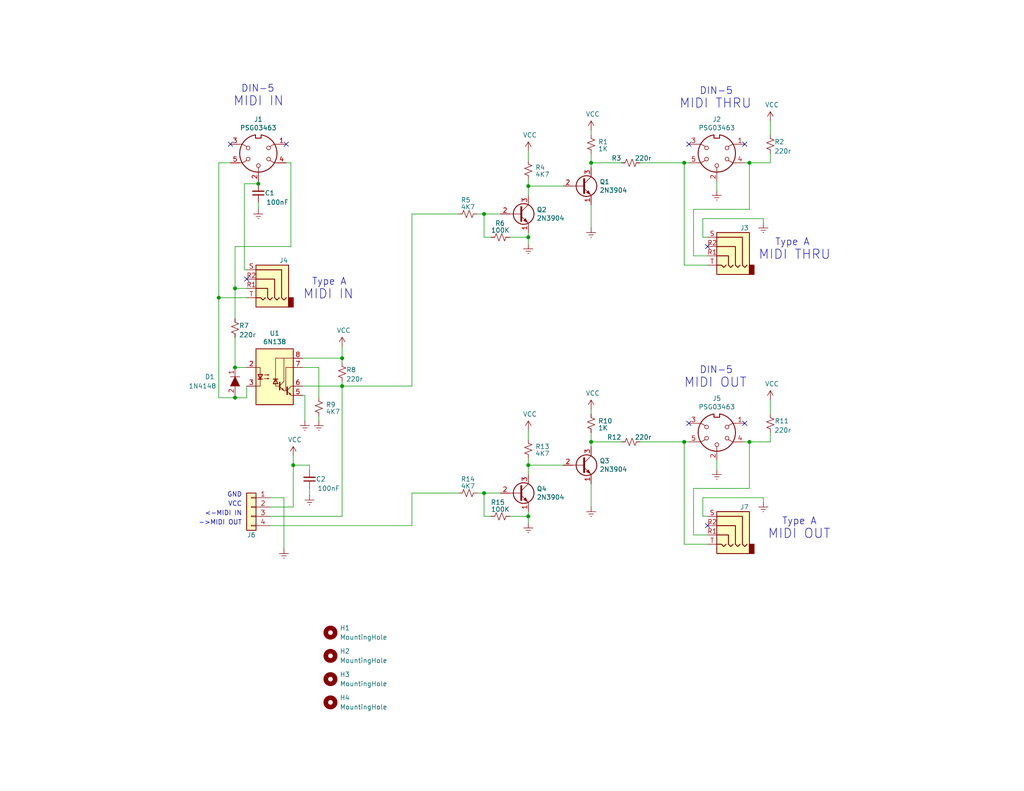
<source format=kicad_sch>
(kicad_sch (version 20250114) (generator "eeschema") (generator_version "9.0")
  (paper "A")
  (title_block (title "Midi Breakout") (date "2023-06-27") (rev "1") (company "Gadget Reboot") (comment 1 "https://www.youtube.com/gadgetreboot") (comment 2 "https://github.com/GadgetReboot/Midi_Breakout"))
  (lib_symbols
    (symbol "Connector:AudioJack4"
      (property "Reference" "J" (at 0 8.89 0))
      (property "Value" "Connector_AudioJack4" (at 0 6.35 0))
      (symbol "AudioJack4_0_1"
        (rectangle (start -6.35 -5.08) (end -7.62 -7.62) (stroke (width 0.254)) (fill (type outline)))
        (polyline (pts (xy -5.715 -5.08) (xy -5.08 -5.715) (xy -4.445 -5.08) (xy -4.445 2.54) (xy 2.54 2.54)) (stroke (width 0.254)))
        (polyline (pts (xy -1.905 -5.08) (xy -1.27 -5.715) (xy -0.635 -5.08) (xy -0.635 -2.54) (xy 2.54 -2.54)) (stroke (width 0.254)))
        (polyline (pts (xy 0 -5.08) (xy 0.635 -5.715) (xy 1.27 -5.08) (xy 2.54 -5.08)) (stroke (width 0.254)))
        (rectangle (start 2.54 3.81) (end -6.35 -7.62) (stroke (width 0.254)) (fill (type background)))
        (polyline (pts (xy 2.54 0) (xy -2.54 0) (xy -2.54 -5.08) (xy -3.175 -5.715) (xy -3.81 -5.08)) (stroke (width 0.254)))
      )
      (symbol "AudioJack4_1_1"
        (pin passive line (at 5.08 2.54 180) (length 2.54) (name "~") (number "S"))
        (pin passive line (at 5.08 0 180) (length 2.54) (name "~") (number "R2"))
        (pin passive line (at 5.08 -2.54 180) (length 2.54) (name "~") (number "R1"))
        (pin passive line (at 5.08 -5.08 180) (length 2.54) (name "~") (number "T"))
      )
    )
    (symbol "Connector_Generic:Conn_01x04" (pin_names (offset 1.016) (hide yes))
      (property "Reference" "J" (at 0 5.08 0))
      (property "Value" "Conn_01x04" (at 0 -7.62 0))
      (symbol "Conn_01x04_1_1"
        (rectangle (start -1.27 3.81) (end 1.27 -6.35) (stroke (width 0.254)) (fill (type background)))
        (rectangle (start -1.27 2.667) (end 0 2.413) (stroke (width 0.1524)))
        (rectangle (start -1.27 0.127) (end 0 -0.127) (stroke (width 0.1524)))
        (rectangle (start -1.27 -2.413) (end 0 -2.667) (stroke (width 0.1524)))
        (rectangle (start -1.27 -4.953) (end 0 -5.207) (stroke (width 0.1524)))
        (pin passive line (at -5.08 2.54 0) (length 3.81) (name "Pin_1") (number "1"))
        (pin passive line (at -5.08 0 0) (length 3.81) (name "Pin_2") (number "2"))
        (pin passive line (at -5.08 -2.54 0) (length 3.81) (name "Pin_3") (number "3"))
        (pin passive line (at -5.08 -5.08 0) (length 3.81) (name "Pin_4") (number "4"))
      )
    )
    (symbol "Device:C_Small" (pin_numbers (hide yes)) (pin_names (offset 0.254) (hide yes))
      (property "Reference" "C" (at 0.254 1.778 0))
      (property "Value" "C_Small" (at 0.254 -2.032 0))
      (symbol "C_Small_0_1"
        (polyline (pts (xy -1.524 0.508) (xy 1.524 0.508)) (stroke (width 0.3048)))
        (polyline (pts (xy -1.524 -0.508) (xy 1.524 -0.508)) (stroke (width 0.3302)))
      )
      (symbol "C_Small_1_1"
        (pin passive line (at 0 2.54 270) (length 2.032) (name "~") (number "1"))
        (pin passive line (at 0 -2.54 90) (length 2.032) (name "~") (number "2"))
      )
    )
    (symbol "Device:R_Small_US" (pin_numbers (hide yes)) (pin_names (offset 0.254) (hide yes))
      (property "Reference" "R" (at 0.762 0.508 0))
      (property "Value" "R_Small_US" (at 0.762 -1.016 0))
      (symbol "R_Small_US_1_1"
        (polyline (pts (xy 0 1.524) (xy 1.016 1.143) (xy 0 0.762) (xy -1.016 0.381) (xy 0 0)))
        (polyline (pts (xy 0 0) (xy 1.016 -0.381) (xy 0 -0.762) (xy -1.016 -1.143) (xy 0 -1.524)))
        (pin passive line (at 0 2.54 270) (length 1.016) (name "~") (number "1"))
        (pin passive line (at 0 -2.54 90) (length 1.016) (name "~") (number "2"))
      )
    )
    (symbol "Isolator:6N138" (pin_names (offset 1.016) (hide yes))
      (property "Reference" "U" (at -4.064 8.89 0))
      (property "Value" "6N138" (at 2.286 8.89 0))
      (symbol "6N138_0_1"
        (rectangle (start -5.08 7.62) (end 5.08 -7.62) (stroke (width 0.254)) (fill (type background)))
        (polyline (pts (xy -5.08 -2.54) (xy -3.937 -2.54) (xy -3.937 2.54) (xy -5.08 2.54)))
        (polyline (pts (xy -4.572 -0.635) (xy -3.302 -0.635)) (stroke (width 0.254)))
        (polyline (pts (xy -3.937 -0.635) (xy -4.572 0.635) (xy -3.302 0.635) (xy -3.937 -0.635)) (stroke (width 0.254)))
        (polyline (pts (xy -2.794 0.508) (xy -1.524 0.508) (xy -1.905 0.381) (xy -1.905 0.635) (xy -1.524 0.508)))
        (polyline (pts (xy -2.794 -0.508) (xy -1.524 -0.508) (xy -1.905 -0.635) (xy -1.905 -0.381) (xy -1.524 -0.508)))
        (polyline (pts (xy 0.254 -0.635) (xy 0.889 -1.905) (xy -0.381 -1.905) (xy 0.254 -0.635)) (stroke (width 0.254)))
        (polyline (pts (xy 0.889 -0.635) (xy -0.381 -0.635)) (stroke (width 0.254)))
        (polyline (pts (xy 1.27 -2.54) (xy 0.254 -2.54) (xy 0.254 5.08) (xy 2.54 5.08)))
        (polyline (pts (xy 1.397 -1.524) (xy 1.397 -3.556)) (stroke (width 0.3556)))
        (polyline (pts (xy 1.397 -2.413) (xy 2.54 -1.27)))
        (polyline (pts (xy 1.397 -2.667) (xy 2.54 -3.81)))
        (polyline (pts (xy 2.413 -3.683) (xy 2.159 -3.175) (xy 1.905 -3.429) (xy 2.413 -3.683)))
        (polyline (pts (xy 2.54 -1.27) (xy 2.54 5.08) (xy 5.08 5.08)))
        (polyline (pts (xy 2.54 -3.81) (xy 3.175 -3.81)))
        (polyline (pts (xy 3.429 -2.794) (xy 3.429 -4.826)) (stroke (width 0.3556)))
        (polyline (pts (xy 3.429 -3.683) (xy 4.572 -2.54)))
        (polyline (pts (xy 3.429 -3.937) (xy 4.572 -5.08)))
        (polyline (pts (xy 4.445 -4.953) (xy 4.191 -4.445) (xy 3.937 -4.699) (xy 4.445 -4.953)))
        (polyline (pts (xy 4.572 -2.54) (xy 5.08 -2.54)))
        (polyline (pts (xy 4.572 -5.08) (xy 5.08 -5.08)))
        (polyline (pts (xy 5.08 2.54) (xy 3.048 2.54) (xy 3.048 -3.81)))
      )
      (symbol "6N138_1_1"
        (pin passive line (at -7.62 2.54 0) (length 2.54) (name "C1") (number "2"))
        (pin passive line (at -7.62 -2.54 0) (length 2.54) (name "C2") (number "3"))
        (pin no_connect line (at -5.08 5.08 0) (length 2.54) (hide yes) (name "NC") (number "1"))
        (pin no_connect line (at -5.08 -5.08 0) (length 2.54) (hide yes) (name "NC") (number "4"))
        (pin passive line (at 7.62 5.08 180) (length 2.54) (name "VCC") (number "8"))
        (pin passive line (at 7.62 2.54 180) (length 2.54) (name "VO1") (number "7"))
        (pin passive line (at 7.62 -2.54 180) (length 2.54) (name "VO2") (number "6"))
        (pin passive line (at 7.62 -5.08 180) (length 2.54) (name "GND") (number "5"))
      )
    )
    (symbol "Mechanical:MountingHole" (pin_names (offset 1.016)) (in_bom no)
      (property "Reference" "H" (at 0 5.08 0))
      (property "Value" "MountingHole" (at 0 3.175 0))
      (symbol "MountingHole_0_1"
        (circle (center 0 0) (radius 1.27) (stroke (width 1.27)))
      )
    )
    (symbol "Transistor_BJT:2N3904" (pin_names (offset 0) (hide yes))
      (property "Reference" "Q" (at 5.08 1.905 0))
      (property "Value" "2N3904" (at 5.08 0 0))
      (symbol "2N3904_0_1"
        (polyline (pts (xy -2.54 0) (xy 0.635 0)))
        (polyline (pts (xy 0.635 1.905) (xy 0.635 -1.905)) (stroke (width 0.508)))
        (circle (center 1.27 0) (radius 2.8194) (stroke (width 0.254)))
      )
      (symbol "2N3904_1_1"
        (polyline (pts (xy 0.635 0.635) (xy 2.54 2.54)))
        (polyline (pts (xy 0.635 -0.635) (xy 2.54 -2.54)))
        (polyline (pts (xy 1.27 -1.778) (xy 1.778 -1.27) (xy 2.286 -2.286) (xy 1.27 -1.778)) (fill (type outline)))
        (pin input line (at -5.08 0 0) (length 2.54) (name "B") (number "2"))
        (pin passive line (at 2.54 5.08 270) (length 2.54) (name "C") (number "3"))
        (pin passive line (at 2.54 -5.08 90) (length 2.54) (name "E") (number "1"))
      )
    )
    (symbol "din-5:DIN-5" (pin_names (offset 1.016))
      (property "Reference" "J" (at 3.175 5.715 0))
      (property "Value" "din-5_DIN-5" (at 0 -6.35 0))
      (symbol "DIN-5_0_1"
        (polyline (pts (xy -5.08 2.54) (xy -4.318 2.54) (xy -3.175 1.905)))
        (polyline (pts (xy -5.08 -2.54) (xy -4.318 -2.54) (xy -3.175 -1.905)))
        (circle (center -2.794 1.524) (radius 0.508))
        (circle (center -2.794 -1.524) (radius 0.508))
        (polyline (pts (xy -0.762 -4.953) (xy -0.762 -4.191) (xy 0.762 -4.191) (xy 0.762 -4.953)) (stroke (width 0.254)))
        (arc (start 5.08 0) (mid 3.8609 -3.3364) (end 0.762 -5.08) (stroke (width 0.254)))
        (polyline (pts (xy 0 5.08) (xy 0 3.81)))
        (circle (center 0 3.302) (radius 0.508))
        (arc (start -5.08 0) (mid 0 5.08) (end 5.08 0) (stroke (width 0.254)))
        (arc (start -0.762 -5.08) (mid -3.8685 -3.343) (end -5.08 0) (stroke (width 0.254)))
        (circle (center 2.794 1.524) (radius 0.508))
        (circle (center 2.794 -1.524) (radius 0.508))
        (polyline (pts (xy 5.08 2.54) (xy 4.318 2.54) (xy 3.175 1.905)))
        (polyline (pts (xy 5.08 -2.54) (xy 4.318 -2.54) (xy 3.175 -1.905)))
      )
      (symbol "DIN-5_1_1"
        (pin passive line (at -7.62 2.54 0) (length 2.54) (name "~") (number "4"))
        (pin passive line (at -7.62 -2.54 0) (length 2.54) (name "~") (number "1"))
        (pin passive line (at 0 7.62 270) (length 2.54) (name "~") (number "2"))
        (pin passive line (at 7.62 2.54 180) (length 2.54) (name "~") (number "5"))
        (pin passive line (at 7.62 -2.54 180) (length 2.54) (name "~") (number "3"))
      )
    )
    (symbol "dk_Diodes-Rectifiers-Single:1N4148" (pin_names (offset 1.016))
      (property "Reference" "D" (at 0 3.81 0))
      (property "Value" "dk_Diodes-Rectifiers-Single_1N4148" (at 1.27 -3.81 0))
      (symbol "1N4148_0_1"
        (polyline (pts (xy 0 1.27) (xy 0 -1.27)))
        (polyline (pts (xy 0 0) (xy 2.54 0)))
        (polyline (pts (xy 2.54 1.27) (xy 2.54 -1.27) (xy 0 0) (xy 2.54 1.27)) (fill (type outline)))
      )
      (symbol "1N4148_1_1"
        (pin passive line (at -2.54 0 0) (length 2.54) (name "~") (number "1"))
        (pin passive line (at 5.08 0 180) (length 2.54) (name "~") (number "2"))
      )
    )
    (symbol "power:GNDREF" (power) (pin_numbers (hide yes)) (pin_names (offset 0) (hide yes))
      (property "Value" "GNDREF" (at 0 -3.81 0))
      (symbol "GNDREF_0_1"
        (polyline (pts (xy -0.635 -1.905) (xy 0.635 -1.905)))
        (polyline (pts (xy -0.127 -2.54) (xy 0.127 -2.54)))
        (polyline (pts (xy 0 -1.27) (xy 0 0)))
        (polyline (pts (xy 1.27 -1.27) (xy -1.27 -1.27)))
      )
      (symbol "GNDREF_1_1"
        (pin power_in line (at 0 0 270) (length 0) (name "~") (number "1"))
      )
    )
    (symbol "power:VCC" (power) (pin_numbers (hide yes)) (pin_names (offset 0) (hide yes))
      (property "Value" "VCC" (at 0 3.556 0))
      (symbol "VCC_0_1"
        (polyline (pts (xy -0.762 1.27) (xy 0 2.54)))
        (polyline (pts (xy 0 2.54) (xy 0.762 1.27)))
        (polyline (pts (xy 0 0) (xy 0 2.54)))
      )
      (symbol "VCC_1_1"
        (pin power_in line (at 0 0 90) (length 0) (name "~") (number "1"))
      )
    )
  )
  (text "->MIDI OUT" (at 66.04 143.51 0) (effects (font (size 1.27 1.27)) (justify right bottom)))
  (text "MIDI THRU" (at 226.695 71.12 0) (effects (font (size 2.54 2.54)) (justify right bottom)))
  (text "MIDI OUT" (at 226.695 147.32 0) (effects (font (size 2.54 2.54)) (justify right bottom)))
  (text "MIDI OUT" (at 203.835 106.045 0) (effects (font (size 2.54 2.54)) (justify right bottom)))
  (text "GND" (at 66.04 135.89 0) (effects (font (size 1.27 1.27)) (justify right bottom)))
  (text "DIN-5" (at 200.025 102.235 0) (effects (font (size 1.905 1.905)) (justify right bottom)))
  (text "Type A" (at 222.885 143.51 0) (effects (font (size 1.905 1.905)) (justify right bottom)))
  (text "Type A" (at 94.615 78.105 0) (effects (font (size 1.905 1.905)) (justify right bottom)))
  (text "MIDI THRU" (at 205.105 29.845 0) (effects (font (size 2.54 2.54)) (justify right bottom)))
  (text "Type A" (at 220.98 67.31 0) (effects (font (size 1.905 1.905)) (justify right bottom)))
  (text "DIN-5" (at 74.93 25.4 0) (effects (font (size 1.905 1.905)) (justify right bottom)))
  (text "VCC" (at 66.04 138.43 0) (effects (font (size 1.27 1.27)) (justify right bottom)))
  (text "<-MIDI IN" (at 66.04 140.97 0) (effects (font (size 1.27 1.27)) (justify right bottom)))
  (text "MIDI IN" (at 77.47 29.21 0) (effects (font (size 2.54 2.54)) (justify right bottom)))
  (text "MIDI IN" (at 96.52 81.915 0) (effects (font (size 2.54 2.54)) (justify right bottom)))
  (text "DIN-5" (at 200.025 26.035 0) (effects (font (size 1.905 1.905)) (justify right bottom)))
  (junction (at 132.08 134.62))
  (junction (at 132.08 58.42))
  (junction (at 204.47 44.45))
  (junction (at 186.69 120.65))
  (junction (at 186.69 44.45))
  (junction (at 93.345 105.41))
  (junction (at 144.145 50.8))
  (junction (at 161.29 44.45))
  (junction (at 161.29 120.65))
  (junction (at 70.485 50.165))
  (junction (at 144.145 64.77))
  (junction (at 64.135 78.74))
  (junction (at 204.47 120.65))
  (junction (at 64.135 100.33))
  (junction (at 144.145 140.97))
  (junction (at 93.345 97.79))
  (junction (at 64.135 108.585))
  (junction (at 80.01 127))
  (junction (at 59.69 81.28))
  (junction (at 144.145 127))
  (no_connect (at 62.865 39.37))
  (no_connect (at 187.96 115.57))
  (no_connect (at 78.105 39.37))
  (no_connect (at 187.96 39.37))
  (no_connect (at 67.31 76.2))
  (no_connect (at 203.2 39.37))
  (no_connect (at 193.04 67.31))
  (no_connect (at 203.2 115.57))
  (no_connect (at 193.04 143.51))
  (wire (pts (xy 93.345 105.41) (xy 93.345 104.14)))
  (wire (pts (xy 77.47 135.89) (xy 73.66 135.89)))
  (wire (pts (xy 64.135 100.33) (xy 64.135 92.075)))
  (wire (pts (xy 112.395 143.51) (xy 73.66 143.51)))
  (wire (pts (xy 191.77 135.89) (xy 208.28 135.89)))
  (wire (pts (xy 132.08 58.42) (xy 136.525 58.42)))
  (wire (pts (xy 204.47 120.65) (xy 210.185 120.65)))
  (wire (pts (xy 174.625 120.65) (xy 186.69 120.65)))
  (wire (pts (xy 67.31 108.585) (xy 64.135 108.585)))
  (wire (pts (xy 84.455 127) (xy 80.01 127)))
  (wire (pts (xy 204.47 133.35) (xy 204.47 120.65)))
  (wire (pts (xy 187.96 120.65) (xy 186.69 120.65)))
  (wire (pts (xy 144.145 66.675) (xy 144.145 64.77)))
  (wire (pts (xy 112.395 58.42) (xy 112.395 105.41)))
  (wire (pts (xy 64.135 67.31) (xy 64.135 78.74)))
  (wire (pts (xy 189.23 69.85) (xy 189.23 57.15)))
  (wire (pts (xy 161.29 120.65) (xy 161.29 118.11)))
  (wire (pts (xy 144.145 127) (xy 153.67 127)))
  (wire (pts (xy 59.69 108.585) (xy 64.135 108.585)))
  (wire (pts (xy 210.185 44.45) (xy 210.185 41.91)))
  (wire (pts (xy 189.23 133.35) (xy 204.47 133.35)))
  (wire (pts (xy 84.455 135.255) (xy 84.455 133.35)))
  (wire (pts (xy 191.77 59.69) (xy 208.28 59.69)))
  (wire (pts (xy 125.095 58.42) (xy 112.395 58.42)))
  (wire (pts (xy 193.04 69.85) (xy 189.23 69.85)))
  (wire (pts (xy 125.095 134.62) (xy 112.395 134.62)))
  (wire (pts (xy 161.29 113.03) (xy 161.29 111.76)))
  (wire (pts (xy 82.55 97.79) (xy 93.345 97.79)))
  (wire (pts (xy 161.29 121.92) (xy 161.29 120.65)))
  (wire (pts (xy 66.675 50.165) (xy 66.675 73.66)))
  (wire (pts (xy 204.47 57.15) (xy 204.47 44.45)))
  (wire (pts (xy 82.55 105.41) (xy 93.345 105.41)))
  (wire (pts (xy 144.145 53.34) (xy 144.145 50.8)))
  (wire (pts (xy 86.995 114.935) (xy 86.995 113.665)))
  (wire (pts (xy 66.675 50.165) (xy 70.485 50.165)))
  (wire (pts (xy 195.58 49.53) (xy 195.58 52.07)))
  (wire (pts (xy 161.29 44.45) (xy 169.545 44.45)))
  (wire (pts (xy 93.345 140.97) (xy 93.345 105.41)))
  (wire (pts (xy 144.145 50.8) (xy 153.67 50.8)))
  (wire (pts (xy 193.04 146.05) (xy 189.23 146.05)))
  (wire (pts (xy 70.485 49.53) (xy 70.485 50.165)))
  (wire (pts (xy 191.77 64.77) (xy 191.77 59.69)))
  (wire (pts (xy 130.175 58.42) (xy 132.08 58.42)))
  (wire (pts (xy 79.375 67.31) (xy 79.375 44.45)))
  (wire (pts (xy 144.145 41.275) (xy 144.145 43.815)))
  (wire (pts (xy 161.29 36.83) (xy 161.29 35.56)))
  (wire (pts (xy 144.145 117.475) (xy 144.145 120.015)))
  (wire (pts (xy 82.55 100.33) (xy 86.995 100.33)))
  (wire (pts (xy 70.485 57.15) (xy 70.485 55.245)))
  (wire (pts (xy 161.29 132.08) (xy 161.29 138.43)))
  (wire (pts (xy 59.69 81.28) (xy 59.69 108.585)))
  (wire (pts (xy 67.31 73.66) (xy 66.675 73.66)))
  (wire (pts (xy 193.04 148.59) (xy 186.69 148.59)))
  (wire (pts (xy 187.96 44.45) (xy 186.69 44.45)))
  (wire (pts (xy 80.01 138.43) (xy 73.66 138.43)))
  (wire (pts (xy 208.28 59.69) (xy 208.28 60.96)))
  (wire (pts (xy 210.185 120.65) (xy 210.185 118.11)))
  (wire (pts (xy 62.865 44.45) (xy 59.69 44.45)))
  (wire (pts (xy 203.2 120.65) (xy 204.47 120.65)))
  (wire (pts (xy 174.625 44.45) (xy 186.69 44.45)))
  (wire (pts (xy 83.185 107.95) (xy 83.185 114.935)))
  (wire (pts (xy 93.345 99.06) (xy 93.345 97.79)))
  (wire (pts (xy 132.08 134.62) (xy 136.525 134.62)))
  (wire (pts (xy 132.08 64.77) (xy 132.08 58.42)))
  (wire (pts (xy 161.29 44.45) (xy 161.29 41.91)))
  (wire (pts (xy 161.29 55.88) (xy 161.29 62.23)))
  (wire (pts (xy 144.145 50.8) (xy 144.145 48.895)))
  (wire (pts (xy 86.995 100.33) (xy 86.995 108.585)))
  (wire (pts (xy 64.135 78.74) (xy 64.135 86.995)))
  (wire (pts (xy 144.145 142.875) (xy 144.145 140.97)))
  (wire (pts (xy 144.145 64.77) (xy 144.145 63.5)))
  (wire (pts (xy 139.065 64.77) (xy 144.145 64.77)))
  (wire (pts (xy 193.04 64.77) (xy 191.77 64.77)))
  (wire (pts (xy 189.23 146.05) (xy 189.23 133.35)))
  (wire (pts (xy 67.31 81.28) (xy 59.69 81.28)))
  (wire (pts (xy 64.135 108.585) (xy 64.135 107.95)))
  (wire (pts (xy 161.29 45.72) (xy 161.29 44.45)))
  (wire (pts (xy 195.58 125.73) (xy 195.58 128.27)))
  (wire (pts (xy 73.66 140.97) (xy 93.345 140.97)))
  (wire (pts (xy 130.175 134.62) (xy 132.08 134.62)))
  (wire (pts (xy 67.31 105.41) (xy 67.31 108.585)))
  (wire (pts (xy 112.395 134.62) (xy 112.395 143.51)))
  (wire (pts (xy 191.77 140.97) (xy 191.77 135.89)))
  (wire (pts (xy 64.135 67.31) (xy 79.375 67.31)))
  (wire (pts (xy 133.985 140.97) (xy 132.08 140.97)))
  (wire (pts (xy 139.065 140.97) (xy 144.145 140.97)))
  (wire (pts (xy 83.185 107.95) (xy 82.55 107.95)))
  (wire (pts (xy 208.28 135.89) (xy 208.28 137.16)))
  (wire (pts (xy 193.04 140.97) (xy 191.77 140.97)))
  (wire (pts (xy 186.69 72.39) (xy 186.69 44.45)))
  (wire (pts (xy 144.145 140.97) (xy 144.145 139.7)))
  (wire (pts (xy 77.47 135.89) (xy 77.47 149.86)))
  (wire (pts (xy 132.08 140.97) (xy 132.08 134.62)))
  (wire (pts (xy 210.185 33.02) (xy 210.185 36.83)))
  (wire (pts (xy 59.69 81.28) (xy 59.69 44.45)))
  (wire (pts (xy 203.2 44.45) (xy 204.47 44.45)))
  (wire (pts (xy 67.31 100.33) (xy 64.135 100.33)))
  (wire (pts (xy 186.69 148.59) (xy 186.69 120.65)))
  (wire (pts (xy 144.145 129.54) (xy 144.145 127)))
  (wire (pts (xy 133.985 64.77) (xy 132.08 64.77)))
  (wire (pts (xy 112.395 105.41) (xy 93.345 105.41)))
  (wire (pts (xy 210.185 109.22) (xy 210.185 113.03)))
  (wire (pts (xy 80.01 127) (xy 80.01 124.46)))
  (wire (pts (xy 78.105 44.45) (xy 79.375 44.45)))
  (wire (pts (xy 93.345 97.79) (xy 93.345 94.615)))
  (wire (pts (xy 84.455 127) (xy 84.455 128.27)))
  (wire (pts (xy 189.23 57.15) (xy 204.47 57.15)))
  (wire (pts (xy 204.47 44.45) (xy 210.185 44.45)))
  (wire (pts (xy 144.145 127) (xy 144.145 125.095)))
  (wire (pts (xy 67.31 78.74) (xy 64.135 78.74)))
  (wire (pts (xy 193.04 72.39) (xy 186.69 72.39)))
  (wire (pts (xy 80.01 127) (xy 80.01 138.43)))
  (wire (pts (xy 161.29 120.65) (xy 169.545 120.65)))
  (symbol (lib_id "Device:R_Small_US") (at 136.525 64.77 270) (unit 1)
    (property "Reference" "R6" (at 137.795 60.96 90) (effects (justify right)))
    (property "Value" "100K" (at 139.065 62.865 90) (effects (justify right)))
    (property "Footprint" "Resistor_THT:R_Axial_DIN0207_L6.3mm_D2.5mm_P10.16mm_Horizontal" (effects (hide yes)))
  )
  (symbol (lib_id "Device:R_Small_US") (at 161.29 39.37 180) (unit 1)
    (property "Reference" "R1" (at 163.195 38.735 0) (effects (justify right)))
    (property "Value" "1K" (at 163.195 40.64 0) (effects (justify right)))
    (property "Footprint" "Resistor_THT:R_Axial_DIN0207_L6.3mm_D2.5mm_P10.16mm_Horizontal" (effects (hide yes)))
  )
  (symbol (lib_id "power:GNDREF") (at 161.29 62.23 0) (unit 1)
    (property "Reference" "#PWR07" (effects (hide yes)))
    (property "Value" "GNDREF" (effects (hide yes)))
  )
  (symbol (lib_id "Isolator:6N138") (at 74.93 102.87 0) (unit 1)
    (property "Reference" "U1" (at 74.93 91.0082 0))
    (property "Value" "6N138" (at 74.93 93.3196 0))
    (property "Footprint" "Package_DIP:DIP-8_W7.62mm_Socket" (effects (hide yes)))
  )
  (symbol (lib_id "Device:R_Small_US") (at 210.185 39.37 0) (unit 1)
    (property "Reference" "R2" (at 213.995 38.735 0) (effects (justify right)))
    (property "Value" "220r" (at 215.9 41.275 0) (effects (justify right)))
    (property "Footprint" "Resistor_THT:R_Axial_DIN0207_L6.3mm_D2.5mm_P10.16mm_Horizontal" (effects (hide yes)))
  )
  (symbol (lib_id "Device:C_Small") (at 70.485 52.705 180) (unit 1)
    (property "Reference" "C1" (at 74.93 52.705 0) (effects (justify left)))
    (property "Value" "100nF" (at 78.74 55.245 0) (effects (justify left)))
    (property "Footprint" "Capacitor_THT:C_Disc_D3.8mm_W2.6mm_P2.50mm" (effects (hide yes)))
  )
  (symbol (lib_id "din-5:DIN-5") (at 195.58 41.91 180) (unit 1)
    (property "Reference" "J2" (at 195.58 32.5882 0))
    (property "Value" "PSG03463" (at 195.58 34.8996 0))
    (property "Footprint" "footprints:DIN5" (effects (hide yes)))
  )
  (symbol (lib_id "power:GNDREF") (at 77.47 149.86 0) (unit 1)
    (property "Reference" "#PWR021" (effects (hide yes)))
    (property "Value" "GNDREF" (effects (hide yes)))
  )
  (symbol (lib_id "power:VCC") (at 210.185 33.02 0) (unit 1)
    (property "Reference" "#PWR01" (effects (hide yes)))
    (property "Value" "VCC" (at 210.6168 28.6258 0))
  )
  (symbol (lib_id "power:VCC") (at 80.01 124.46 0) (unit 1)
    (property "Reference" "#PWR015" (effects (hide yes)))
    (property "Value" "VCC" (at 80.4418 120.0658 0))
  )
  (symbol (lib_id "power:GNDREF") (at 195.58 52.07 0) (unit 1)
    (property "Reference" "#PWR04" (effects (hide yes)))
    (property "Value" "GNDREF" (effects (hide yes)))
  )
  (symbol (lib_id "Device:R_Small_US") (at 172.085 44.45 270) (unit 1)
    (property "Reference" "R3" (at 169.545 43.18 90) (effects (justify right)))
    (property "Value" "220r" (at 177.8 43.18 90) (effects (justify right)))
    (property "Footprint" "Resistor_THT:R_Axial_DIN0207_L6.3mm_D2.5mm_P10.16mm_Horizontal" (effects (hide yes)))
  )
  (symbol (lib_id "Transistor_BJT:2N3904") (at 158.75 50.8 0) (unit 1)
    (property "Reference" "Q1" (at 163.576 49.6316 0) (effects (justify left)))
    (property "Value" "2N3904" (at 163.576 51.943 0) (effects (justify left)))
    (property "Footprint" "Package_TO_SOT_THT:TO-92_Inline_Wide" (effects (hide yes)))
    (property "Datasheet" "https://www.fairchildsemi.com/datasheets/2N/2N3904.pdf" (effects (hide yes)))
  )
  (symbol (lib_id "power:VCC") (at 161.29 35.56 0) (unit 1)
    (property "Reference" "#PWR02" (effects (hide yes)))
    (property "Value" "VCC" (at 161.7218 31.1658 0))
  )
  (symbol (lib_id "Transistor_BJT:2N3904") (at 141.605 58.42 0) (unit 1)
    (property "Reference" "Q2" (at 146.431 57.2516 0) (effects (justify left)))
    (property "Value" "2N3904" (at 146.431 59.563 0) (effects (justify left)))
    (property "Footprint" "Package_TO_SOT_THT:TO-92_Inline_Wide" (effects (hide yes)))
    (property "Datasheet" "https://www.fairchildsemi.com/datasheets/2N/2N3904.pdf" (effects (hide yes)))
  )
  (symbol (lib_id "Device:R_Small_US") (at 144.145 46.355 180) (unit 1)
    (property "Reference" "R4" (at 146.05 45.72 0) (effects (justify right)))
    (property "Value" "4K7" (at 146.05 47.625 0) (effects (justify right)))
    (property "Footprint" "Resistor_THT:R_Axial_DIN0207_L6.3mm_D2.5mm_P10.16mm_Horizontal" (effects (hide yes)))
  )
  (symbol (lib_id "power:VCC") (at 144.145 41.275 0) (unit 1)
    (property "Reference" "#PWR03" (effects (hide yes)))
    (property "Value" "VCC" (at 144.5768 36.8808 0))
  )
  (symbol (lib_id "power:GNDREF") (at 144.145 66.675 0) (unit 1)
    (property "Reference" "#PWR08" (effects (hide yes)))
    (property "Value" "GNDREF" (effects (hide yes)))
  )
  (symbol (lib_id "Device:R_Small_US") (at 127.635 58.42 90) (unit 1)
    (property "Reference" "R5" (at 125.73 54.61 90) (effects (justify right)))
    (property "Value" "4K7" (at 125.73 56.515 90) (effects (justify right)))
    (property "Footprint" "Resistor_THT:R_Axial_DIN0207_L6.3mm_D2.5mm_P10.16mm_Horizontal" (effects (hide yes)))
  )
  (symbol (lib_id "Connector:AudioJack4") (at 198.12 67.31 0) (mirror y) (unit 1)
    (property "Reference" "J3" (at 201.93 62.23 0) (effects (justify right)))
    (property "Value" "AudioJack4" (effects (hide yes)))
    (property "Footprint" "footprints:PJ320A" (effects (hide yes)))
  )
  (symbol (lib_id "power:GNDREF") (at 208.28 60.96 0) (unit 1)
    (property "Reference" "#PWR06" (effects (hide yes)))
    (property "Value" "GNDREF" (effects (hide yes)))
  )
  (symbol (lib_id "Connector_Generic:Conn_01x04") (at 68.58 138.43 0) (mirror y) (unit 1)
    (property "Reference" "J6" (at 68.58 146.05 0))
    (property "Value" "Conn_01x04" (effects (hide yes)))
    (property "Footprint" "Connector_Molex:Molex_KK-254_AE-6410-04A_1x04_P2.54mm_Vertical" (effects (hide yes)))
  )
  (symbol (lib_id "din-5:DIN-5") (at 70.485 41.91 180) (unit 1)
    (property "Reference" "J1" (at 70.485 32.5882 0))
    (property "Value" "PSG03463" (at 70.485 34.8996 0))
    (property "Footprint" "footprints:DIN5" (effects (hide yes)))
  )
  (symbol (lib_id "power:GNDREF") (at 70.485 57.15 0) (unit 1)
    (property "Reference" "#PWR05" (effects (hide yes)))
    (property "Value" "GNDREF" (effects (hide yes)))
  )
  (symbol (lib_id "Connector:AudioJack4") (at 72.39 76.2 0) (mirror y) (unit 1)
    (property "Reference" "J4" (at 76.2 71.12 0) (effects (justify right)))
    (property "Value" "AudioJack4" (effects (hide yes)))
    (property "Footprint" "footprints:PJ320A" (effects (hide yes)))
  )
  (symbol (lib_id "Device:R_Small_US") (at 64.135 89.535 0) (unit 1)
    (property "Reference" "R7" (at 67.945 88.9 0) (effects (justify right)))
    (property "Value" "220r" (at 69.85 91.44 0) (effects (justify right)))
    (property "Footprint" "Resistor_THT:R_Axial_DIN0207_L6.3mm_D2.5mm_P10.16mm_Horizontal" (effects (hide yes)))
  )
  (symbol (lib_id "dk_Diodes-Rectifiers-Single:1N4148") (at 64.135 102.87 270) (unit 1)
    (property "Reference" "D1" (at 55.88 102.87 90) (effects (justify left)))
    (property "Value" "1N4148" (at 51.435 105.41 90) (effects (justify left)))
    (property "Footprint" "Diode_THT:D_DO-35_SOD27_P10.16mm_Horizontal" (effects (hide yes)))
    (property "Datasheet" "https://www.onsemi.com/pub/Collateral/1N914-D.PDF" (effects (hide yes)))
    (property "Description" "DIODE GEN PURP 100V 200MA DO35" (effects (hide yes)))
    (property "Digi-Key_PN" "1N4148FS-ND" (effects (hide yes)))
    (property "MPN" "1N4148" (effects (hide yes)))
    (property "Category" "Discrete Semiconductor Products" (effects (hide yes)))
    (property "Family" "Diodes - Rectifiers - Single" (effects (hide yes)))
    (property "DK_Datasheet_Link" "https://www.onsemi.com/pub/Collateral/1N914-D.PDF" (effects (hide yes)))
    (property "DK_Detail_Page" "/product-detail/en/on-semiconductor/1N4148/1N4148FS-ND/458603" (effects (hide yes)))
    (property "Manufacturer" "ON Semiconductor" (effects (hide yes)))
    (property "Status" "Active" (effects (hide yes)))
  )
  (symbol (lib_id "Device:R_Small_US") (at 93.345 101.6 0) (unit 1)
    (property "Reference" "R8" (at 97.155 100.965 0) (effects (justify right)))
    (property "Value" "220r" (at 99.06 103.505 0) (effects (justify right)))
    (property "Footprint" "Resistor_THT:R_Axial_DIN0207_L6.3mm_D2.5mm_P10.16mm_Horizontal" (effects (hide yes)))
  )
  (symbol (lib_id "power:VCC") (at 93.345 94.615 0) (unit 1)
    (property "Reference" "#PWR09" (effects (hide yes)))
    (property "Value" "VCC" (at 93.7768 90.2208 0))
  )
  (symbol (lib_id "Device:R_Small_US") (at 86.995 111.125 180) (unit 1)
    (property "Reference" "R9" (at 88.9 110.49 0) (effects (justify right)))
    (property "Value" "4K7" (at 88.9 112.395 0) (effects (justify right)))
    (property "Footprint" "Resistor_THT:R_Axial_DIN0207_L6.3mm_D2.5mm_P10.16mm_Horizontal" (effects (hide yes)))
  )
  (symbol (lib_id "power:GNDREF") (at 86.995 114.935 0) (unit 1)
    (property "Reference" "#PWR013" (effects (hide yes)))
    (property "Value" "GNDREF" (effects (hide yes)))
  )
  (symbol (lib_id "power:GNDREF") (at 83.185 114.935 0) (unit 1)
    (property "Reference" "#PWR012" (effects (hide yes)))
    (property "Value" "GNDREF" (effects (hide yes)))
  )
  (symbol (lib_id "Device:R_Small_US") (at 161.29 115.57 180) (unit 1)
    (property "Reference" "R10" (at 163.195 114.935 0) (effects (justify right)))
    (property "Value" "1K" (at 163.195 116.84 0) (effects (justify right)))
    (property "Footprint" "Resistor_THT:R_Axial_DIN0207_L6.3mm_D2.5mm_P10.16mm_Horizontal" (effects (hide yes)))
  )
  (symbol (lib_id "Device:R_Small_US") (at 136.525 140.97 270) (unit 1)
    (property "Reference" "R15" (at 137.795 137.16 90) (effects (justify right)))
    (property "Value" "100K" (at 139.065 139.065 90) (effects (justify right)))
    (property "Footprint" "Resistor_THT:R_Axial_DIN0207_L6.3mm_D2.5mm_P10.16mm_Horizontal" (effects (hide yes)))
  )
  (symbol (lib_id "power:GNDREF") (at 161.29 138.43 0) (unit 1)
    (property "Reference" "#PWR019" (effects (hide yes)))
    (property "Value" "GNDREF" (effects (hide yes)))
  )
  (symbol (lib_id "Device:R_Small_US") (at 210.185 115.57 0) (unit 1)
    (property "Reference" "R11" (at 215.265 114.935 0) (effects (justify right)))
    (property "Value" "220r" (at 215.9 117.475 0) (effects (justify right)))
    (property "Footprint" "Resistor_THT:R_Axial_DIN0207_L6.3mm_D2.5mm_P10.16mm_Horizontal" (effects (hide yes)))
  )
  (symbol (lib_id "din-5:DIN-5") (at 195.58 118.11 180) (unit 1)
    (property "Reference" "J5" (at 195.58 108.7882 0))
    (property "Value" "PSG03463" (at 195.58 111.0996 0))
    (property "Footprint" "footprints:DIN5" (effects (hide yes)))
  )
  (symbol (lib_id "power:VCC") (at 210.185 109.22 0) (unit 1)
    (property "Reference" "#PWR010" (effects (hide yes)))
    (property "Value" "VCC" (at 210.6168 104.8258 0))
  )
  (symbol (lib_id "power:GNDREF") (at 195.58 128.27 0) (unit 1)
    (property "Reference" "#PWR016" (effects (hide yes)))
    (property "Value" "GNDREF" (effects (hide yes)))
  )
  (symbol (lib_id "Device:R_Small_US") (at 172.085 120.65 270) (unit 1)
    (property "Reference" "R12" (at 169.545 119.38 90) (effects (justify right)))
    (property "Value" "220r" (at 177.8 119.38 90) (effects (justify right)))
    (property "Footprint" "Resistor_THT:R_Axial_DIN0207_L6.3mm_D2.5mm_P10.16mm_Horizontal" (effects (hide yes)))
  )
  (symbol (lib_id "Transistor_BJT:2N3904") (at 158.75 127 0) (unit 1)
    (property "Reference" "Q3" (at 163.576 125.8316 0) (effects (justify left)))
    (property "Value" "2N3904" (at 163.576 128.143 0) (effects (justify left)))
    (property "Footprint" "Package_TO_SOT_THT:TO-92_Inline_Wide" (effects (hide yes)))
    (property "Datasheet" "https://www.fairchildsemi.com/datasheets/2N/2N3904.pdf" (effects (hide yes)))
  )
  (symbol (lib_id "power:VCC") (at 161.29 111.76 0) (unit 1)
    (property "Reference" "#PWR011" (effects (hide yes)))
    (property "Value" "VCC" (at 161.7218 107.3658 0))
  )
  (symbol (lib_id "Transistor_BJT:2N3904") (at 141.605 134.62 0) (unit 1)
    (property "Reference" "Q4" (at 146.431 133.4516 0) (effects (justify left)))
    (property "Value" "2N3904" (at 146.431 135.763 0) (effects (justify left)))
    (property "Footprint" "Package_TO_SOT_THT:TO-92_Inline_Wide" (effects (hide yes)))
    (property "Datasheet" "https://www.fairchildsemi.com/datasheets/2N/2N3904.pdf" (effects (hide yes)))
  )
  (symbol (lib_id "Device:R_Small_US") (at 144.145 122.555 180) (unit 1)
    (property "Reference" "R13" (at 146.05 121.92 0) (effects (justify right)))
    (property "Value" "4K7" (at 146.05 123.825 0) (effects (justify right)))
    (property "Footprint" "Resistor_THT:R_Axial_DIN0207_L6.3mm_D2.5mm_P10.16mm_Horizontal" (effects (hide yes)))
  )
  (symbol (lib_id "power:VCC") (at 144.145 117.475 0) (unit 1)
    (property "Reference" "#PWR014" (effects (hide yes)))
    (property "Value" "VCC" (at 144.5768 113.0808 0))
  )
  (symbol (lib_id "power:GNDREF") (at 144.145 142.875 0) (unit 1)
    (property "Reference" "#PWR020" (effects (hide yes)))
    (property "Value" "GNDREF" (effects (hide yes)))
  )
  (symbol (lib_id "Device:R_Small_US") (at 127.635 134.62 90) (unit 1)
    (property "Reference" "R14" (at 125.73 130.81 90) (effects (justify right)))
    (property "Value" "4K7" (at 125.73 132.715 90) (effects (justify right)))
    (property "Footprint" "Resistor_THT:R_Axial_DIN0207_L6.3mm_D2.5mm_P10.16mm_Horizontal" (effects (hide yes)))
  )
  (symbol (lib_id "Connector:AudioJack4") (at 198.12 143.51 0) (mirror y) (unit 1)
    (property "Reference" "J7" (at 201.93 138.43 0) (effects (justify right)))
    (property "Value" "AudioJack4" (effects (hide yes)))
    (property "Footprint" "footprints:PJ320A" (effects (hide yes)))
  )
  (symbol (lib_id "power:GNDREF") (at 208.28 137.16 0) (unit 1)
    (property "Reference" "#PWR017" (effects (hide yes)))
    (property "Value" "GNDREF" (effects (hide yes)))
  )
  (symbol (lib_id "Device:C_Small") (at 84.455 130.81 180) (unit 1)
    (property "Reference" "C2" (at 88.9 130.81 0) (effects (justify left)))
    (property "Value" "100nF" (at 92.71 133.35 0) (effects (justify left)))
    (property "Footprint" "Capacitor_THT:C_Disc_D3.8mm_W2.6mm_P2.50mm" (effects (hide yes)))
  )
  (symbol (lib_id "power:GNDREF") (at 84.455 135.255 0) (unit 1)
    (property "Reference" "#PWR018" (effects (hide yes)))
    (property "Value" "GNDREF" (effects (hide yes)))
  )
  (symbol (lib_id "Mechanical:MountingHole") (at 90.17 191.77 0) (unit 1) (in_bom no)
    (property "Reference" "H4" (at 92.71 190.4999 0) (effects (justify left)))
    (property "Value" "MountingHole" (at 92.71 193.0399 0) (effects (justify left)))
    (property "Footprint" "MountingHole:MountingHole_3.5mm" (effects (hide yes)))
    (property "Description" "Mounting Hole without connection" (effects (hide yes)))
  )
  (symbol (lib_id "Mechanical:MountingHole") (at 90.17 172.72 0) (unit 1) (in_bom no)
    (property "Reference" "H1" (at 92.71 171.4499 0) (effects (justify left)))
    (property "Value" "MountingHole" (at 92.71 173.9899 0) (effects (justify left)))
    (property "Footprint" "MountingHole:MountingHole_3.5mm" (effects (hide yes)))
    (property "Description" "Mounting Hole without connection" (effects (hide yes)))
  )
  (symbol (lib_id "Mechanical:MountingHole") (at 90.17 179.07 0) (unit 1) (in_bom no)
    (property "Reference" "H2" (at 92.71 177.7999 0) (effects (justify left)))
    (property "Value" "MountingHole" (at 92.71 180.3399 0) (effects (justify left)))
    (property "Footprint" "MountingHole:MountingHole_3.5mm" (effects (hide yes)))
    (property "Description" "Mounting Hole without connection" (effects (hide yes)))
  )
  (symbol (lib_id "Mechanical:MountingHole") (at 90.17 185.42 0) (unit 1) (in_bom no)
    (property "Reference" "H3" (at 92.71 184.1499 0) (effects (justify left)))
    (property "Value" "MountingHole" (at 92.71 186.6899 0) (effects (justify left)))
    (property "Footprint" "MountingHole:MountingHole_3.5mm" (effects (hide yes)))
    (property "Description" "Mounting Hole without connection" (effects (hide yes)))
  )
)
</source>
